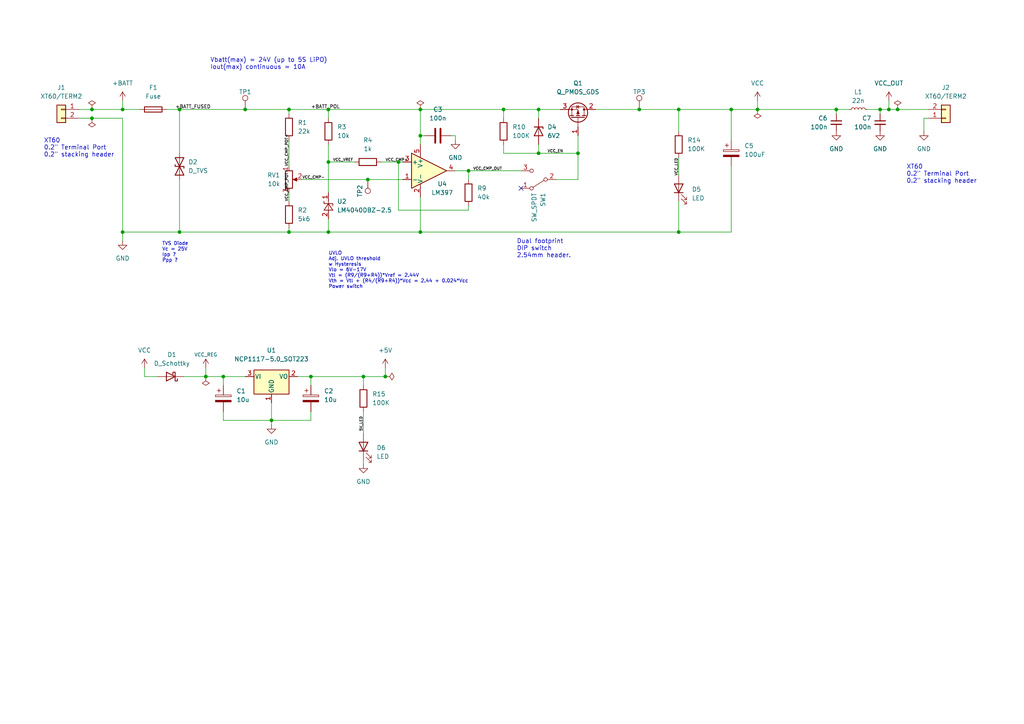
<source format=kicad_sch>
(kicad_sch (version 20211123) (generator eeschema)
  (paper "A4")
  (title_block (title "gp-shield Power Supply") (date "2022-12-01") (rev "1") (company "University of Tasmania"))
  (lib_symbols
    (symbol "Comparator:LM397" (pin_names (offset 0.127))
      (property "Reference" "U" (at 1.27 5.08 0))
      (property "Value" "LM397" (at 3.81 -5.08 0))
      (symbol "LM397_0_1"
        (polyline (pts (xy -5.08 5.08) (xy 5.08 0) (xy -5.08 -5.08) (xy -5.08 5.08)) (stroke (width 0.254)) (fill (type background)))
      )
      (symbol "LM397_1_1"
        (pin input line (at -7.62 -2.54 0) (length 2.54) (name "-") (number "1"))
        (pin power_in line (at -2.54 -7.62 90) (length 3.81) (name "V-") (number "2"))
        (pin input line (at -7.62 2.54 0) (length 2.54) (name "+") (number "3"))
        (pin open_collector line (at 7.62 0 180) (length 2.54) (name "~") (number "4"))
        (pin power_in line (at -2.54 7.62 270) (length 3.81) (name "V+") (number "5"))
      )
    )
    (symbol "Connector:TestPoint" (pin_numbers hide) (pin_names (offset 0.762) hide)
      (property "Reference" "TP" (at 0 6.858 0))
      (property "Value" "TestPoint" (at 0 5.08 0))
      (symbol "TestPoint_0_1"
        (circle (center 0 3.302) (radius 0.762))
      )
      (symbol "TestPoint_1_1"
        (pin passive line (at 0 0 90) (length 2.54) (name "1") (number "1"))
      )
    )
    (symbol "Connector_Generic:Conn_01x02" (pin_names (offset 1.016) hide)
      (property "Reference" "J" (at 0 2.54 0))
      (property "Value" "Conn_01x02" (at 0 -5.08 0))
      (symbol "Conn_01x02_1_1"
        (rectangle (start -1.27 -2.413) (end 0 -2.667) (stroke (width 0.1524)))
        (rectangle (start -1.27 0.127) (end 0 -0.127) (stroke (width 0.1524)))
        (rectangle (start -1.27 1.27) (end 1.27 -3.81) (stroke (width 0.254)) (fill (type background)))
        (pin passive line (at -5.08 0 0) (length 3.81) (name "Pin_1") (number "1"))
        (pin passive line (at -5.08 -2.54 0) (length 3.81) (name "Pin_2") (number "2"))
      )
    )
    (symbol "Device:C" (pin_numbers hide) (pin_names (offset 0.254))
      (property "Reference" "C" (at 0.635 2.54 0))
      (property "Value" "C" (at 0.635 -2.54 0))
      (symbol "C_0_1"
        (polyline (pts (xy -2.032 -0.762) (xy 2.032 -0.762)) (stroke (width 0.508)))
        (polyline (pts (xy -2.032 0.762) (xy 2.032 0.762)) (stroke (width 0.508)))
      )
      (symbol "C_1_1"
        (pin passive line (at 0 3.81 270) (length 2.794) (name "~") (number "1"))
        (pin passive line (at 0 -3.81 90) (length 2.794) (name "~") (number "2"))
      )
    )
    (symbol "Device:C_Polarized" (pin_numbers hide) (pin_names (offset 0.254))
      (property "Reference" "C" (at 0.635 2.54 0))
      (property "Value" "C_Polarized" (at 0.635 -2.54 0))
      (symbol "C_Polarized_0_1"
        (rectangle (start -2.286 0.508) (end 2.286 1.016))
        (polyline (pts (xy -1.778 2.286) (xy -0.762 2.286)))
        (polyline (pts (xy -1.27 2.794) (xy -1.27 1.778)))
        (rectangle (start 2.286 -0.508) (end -2.286 -1.016) (fill (type outline)))
      )
      (symbol "C_Polarized_1_1"
        (pin passive line (at 0 3.81 270) (length 2.794) (name "~") (number "1"))
        (pin passive line (at 0 -3.81 90) (length 2.794) (name "~") (number "2"))
      )
    )
    (symbol "Device:C_Small" (pin_numbers hide) (pin_names (offset 0.254) hide)
      (property "Reference" "C" (at 0.254 1.778 0))
      (property "Value" "C_Small" (at 0.254 -2.032 0))
      (symbol "C_Small_0_1"
        (polyline (pts (xy -1.524 -0.508) (xy 1.524 -0.508)) (stroke (width 0.3302)))
        (polyline (pts (xy -1.524 0.508) (xy 1.524 0.508)) (stroke (width 0.3048)))
      )
      (symbol "C_Small_1_1"
        (pin passive line (at 0 2.54 270) (length 2.032) (name "~") (number "1"))
        (pin passive line (at 0 -2.54 90) (length 2.032) (name "~") (number "2"))
      )
    )
    (symbol "Device:D_Schottky" (pin_numbers hide) (pin_names (offset 1.016) hide)
      (property "Reference" "D" (at 0 2.54 0))
      (property "Value" "D_Schottky" (at 0 -2.54 0))
      (symbol "D_Schottky_0_1"
        (polyline (pts (xy 1.27 0) (xy -1.27 0)))
        (polyline (pts (xy 1.27 1.27) (xy 1.27 -1.27) (xy -1.27 0) (xy 1.27 1.27)) (stroke (width 0.254)))
        (polyline (pts (xy -1.905 0.635) (xy -1.905 1.27) (xy -1.27 1.27) (xy -1.27 -1.27) (xy -0.635 -1.27) (xy -0.635 -0.635)) (stroke (width 0.254)))
      )
      (symbol "D_Schottky_1_1"
        (pin passive line (at -3.81 0 0) (length 2.54) (name "K") (number "1"))
        (pin passive line (at 3.81 0 180) (length 2.54) (name "A") (number "2"))
      )
    )
    (symbol "Device:D_TVS" (pin_numbers hide) (pin_names (offset 1.016) hide)
      (property "Reference" "D" (at 0 2.54 0))
      (property "Value" "D_TVS" (at 0 -2.54 0))
      (symbol "D_TVS_0_1"
        (polyline (pts (xy 1.27 0) (xy -1.27 0)))
        (polyline (pts (xy 0.508 1.27) (xy 0 1.27) (xy 0 -1.27) (xy -0.508 -1.27)) (stroke (width 0.254)))
        (polyline (pts (xy -2.54 1.27) (xy -2.54 -1.27) (xy 2.54 1.27) (xy 2.54 -1.27) (xy -2.54 1.27)) (stroke (width 0.254)))
      )
      (symbol "D_TVS_1_1"
        (pin passive line (at -3.81 0 0) (length 2.54) (name "A1") (number "1"))
        (pin passive line (at 3.81 0 180) (length 2.54) (name "A2") (number "2"))
      )
    )
    (symbol "Device:D_Zener" (pin_numbers hide) (pin_names (offset 1.016) hide)
      (property "Reference" "D" (at 0 2.54 0))
      (property "Value" "D_Zener" (at 0 -2.54 0))
      (symbol "D_Zener_0_1"
        (polyline (pts (xy 1.27 0) (xy -1.27 0)))
        (polyline (pts (xy -1.27 -1.27) (xy -1.27 1.27) (xy -0.762 1.27)) (stroke (width 0.254)))
        (polyline (pts (xy 1.27 -1.27) (xy 1.27 1.27) (xy -1.27 0) (xy 1.27 -1.27)) (stroke (width 0.254)))
      )
      (symbol "D_Zener_1_1"
        (pin passive line (at -3.81 0 0) (length 2.54) (name "K") (number "1"))
        (pin passive line (at 3.81 0 180) (length 2.54) (name "A") (number "2"))
      )
    )
    (symbol "Device:Fuse" (pin_numbers hide) (pin_names (offset 0))
      (property "Reference" "F" (at 2.032 0 90))
      (property "Value" "Fuse" (at -1.905 0 90))
      (symbol "Fuse_0_1"
        (rectangle (start -0.762 -2.54) (end 0.762 2.54) (stroke (width 0.254)))
        (polyline (pts (xy 0 2.54) (xy 0 -2.54)))
      )
      (symbol "Fuse_1_1"
        (pin passive line (at 0 3.81 270) (length 1.27) (name "~") (number "1"))
        (pin passive line (at 0 -3.81 90) (length 1.27) (name "~") (number "2"))
      )
    )
    (symbol "Device:LED" (pin_numbers hide) (pin_names (offset 1.016) hide)
      (property "Reference" "D" (at 0 2.54 0))
      (property "Value" "LED" (at 0 -2.54 0))
      (symbol "LED_0_1"
        (polyline (pts (xy -1.27 -1.27) (xy -1.27 1.27)) (stroke (width 0.254)))
        (polyline (pts (xy -1.27 0) (xy 1.27 0)))
        (polyline (pts (xy 1.27 -1.27) (xy 1.27 1.27) (xy -1.27 0) (xy 1.27 -1.27)) (stroke (width 0.254)))
        (polyline (pts (xy -3.048 -0.762) (xy -4.572 -2.286) (xy -3.81 -2.286) (xy -4.572 -2.286) (xy -4.572 -1.524)))
        (polyline (pts (xy -1.778 -0.762) (xy -3.302 -2.286) (xy -2.54 -2.286) (xy -3.302 -2.286) (xy -3.302 -1.524)))
      )
      (symbol "LED_1_1"
        (pin passive line (at -3.81 0 0) (length 2.54) (name "K") (number "1"))
        (pin passive line (at 3.81 0 180) (length 2.54) (name "A") (number "2"))
      )
    )
    (symbol "Device:L_Small" (pin_numbers hide) (pin_names (offset 0.254) hide)
      (property "Reference" "L" (at 0.762 1.016 0))
      (property "Value" "L_Small" (at 0.762 -1.016 0))
      (symbol "L_Small_0_1"
        (arc (start 0 -2.032) (mid 0.508 -1.524) (end 0 -1.016))
        (arc (start 0 -1.016) (mid 0.508 -0.508) (end 0 0))
        (arc (start 0 0) (mid 0.508 0.508) (end 0 1.016))
        (arc (start 0 1.016) (mid 0.508 1.524) (end 0 2.032))
      )
      (symbol "L_Small_1_1"
        (pin passive line (at 0 2.54 270) (length 0.508) (name "~") (number "1"))
        (pin passive line (at 0 -2.54 90) (length 0.508) (name "~") (number "2"))
      )
    )
    (symbol "Device:Q_PMOS_GDS" (pin_names (offset 0) hide)
      (property "Reference" "Q" (at 5.08 1.27 0))
      (property "Value" "Q_PMOS_GDS" (at 5.08 -1.27 0))
      (symbol "Q_PMOS_GDS_0_1"
        (polyline (pts (xy 0.254 0) (xy -2.54 0)))
        (polyline (pts (xy 0.254 1.905) (xy 0.254 -1.905)) (stroke (width 0.254)))
        (polyline (pts (xy 0.762 -1.27) (xy 0.762 -2.286)) (stroke (width 0.254)))
        (polyline (pts (xy 0.762 0.508) (xy 0.762 -0.508)) (stroke (width 0.254)))
        (polyline (pts (xy 0.762 2.286) (xy 0.762 1.27)) (stroke (width 0.254)))
        (polyline (pts (xy 2.54 2.54) (xy 2.54 1.778)))
        (polyline (pts (xy 2.54 -2.54) (xy 2.54 0) (xy 0.762 0)))
        (polyline (pts (xy 0.762 1.778) (xy 3.302 1.778) (xy 3.302 -1.778) (xy 0.762 -1.778)))
        (polyline (pts (xy 2.286 0) (xy 1.27 0.381) (xy 1.27 -0.381) (xy 2.286 0)) (fill (type outline)))
        (polyline (pts (xy 2.794 -0.508) (xy 2.921 -0.381) (xy 3.683 -0.381) (xy 3.81 -0.254)))
        (polyline (pts (xy 3.302 -0.381) (xy 2.921 0.254) (xy 3.683 0.254) (xy 3.302 -0.381)))
        (circle (center 1.651 0) (radius 2.794) (stroke (width 0.254)))
        (circle (center 2.54 -1.778) (radius 0.254) (fill (type outline)))
        (circle (center 2.54 1.778) (radius 0.254) (fill (type outline)))
      )
      (symbol "Q_PMOS_GDS_1_1"
        (pin input line (at -5.08 0 0) (length 2.54) (name "G") (number "1"))
        (pin passive line (at 2.54 5.08 270) (length 2.54) (name "D") (number "2"))
        (pin passive line (at 2.54 -5.08 90) (length 2.54) (name "S") (number "3"))
      )
    )
    (symbol "Device:R" (pin_numbers hide) (pin_names (offset 0))
      (property "Reference" "R" (at 2.032 0 90))
      (property "Value" "R" (at 0 0 90))
      (symbol "R_0_1"
        (rectangle (start -1.016 -2.54) (end 1.016 2.54) (stroke (width 0.254)))
      )
      (symbol "R_1_1"
        (pin passive line (at 0 3.81 270) (length 1.27) (name "~") (number "1"))
        (pin passive line (at 0 -3.81 90) (length 1.27) (name "~") (number "2"))
      )
    )
    (symbol "Device:R_Potentiometer" (pin_names (offset 1.016) hide)
      (property "Reference" "RV" (at -4.445 0 90))
      (property "Value" "R_Potentiometer" (at -2.54 0 90))
      (symbol "R_Potentiometer_0_1"
        (polyline (pts (xy 2.54 0) (xy 1.524 0)))
        (polyline (pts (xy 1.143 0) (xy 2.286 0.508) (xy 2.286 -0.508) (xy 1.143 0)) (fill (type outline)))
        (rectangle (start 1.016 2.54) (end -1.016 -2.54) (stroke (width 0.254)))
      )
      (symbol "R_Potentiometer_1_1"
        (pin passive line (at 0 3.81 270) (length 1.27) (name "1") (number "1"))
        (pin passive line (at 3.81 0 180) (length 1.27) (name "2") (number "2"))
        (pin passive line (at 0 -3.81 90) (length 1.27) (name "3") (number "3"))
      )
    )
    (symbol "Reference_Voltage:LM4040DBZ-2.5" (pin_names (offset 0.0254) hide)
      (property "Reference" "U" (at 0 2.54 0))
      (property "Value" "LM4040DBZ-2.5" (at 0 -3.175 0))
      (symbol "LM4040DBZ-2.5_0_1"
        (polyline (pts (xy -1.27 0) (xy 0 0) (xy 1.27 0)))
        (polyline (pts (xy -1.27 -1.27) (xy 0.635 0) (xy -1.27 1.27) (xy -1.27 -1.27)) (stroke (width 0.2032)))
        (polyline (pts (xy 0 -1.27) (xy 0.635 -1.27) (xy 0.635 1.27) (xy 1.27 1.27)) (stroke (width 0.2032)))
      )
      (symbol "LM4040DBZ-2.5_1_1"
        (pin passive line (at 3.81 0 180) (length 2.54) (name "K") (number "1"))
        (pin passive line (at -3.81 0 0) (length 2.54) (name "A") (number "2"))
      )
    )
    (symbol "Regulator_Linear:NCP1117-5.0_SOT223" (pin_names (offset 0.254))
      (property "Reference" "U" (at -3.81 3.175 0))
      (property "Value" "NCP1117-5.0_SOT223" (at 0 3.175 0))
      (symbol "NCP1117-5.0_SOT223_0_1"
        (rectangle (start -5.08 -5.08) (end 5.08 1.905) (stroke (width 0.254)) (fill (type background)))
      )
      (symbol "NCP1117-5.0_SOT223_1_1"
        (pin power_in line (at 0 -7.62 90) (length 2.54) (name "GND") (number "1"))
        (pin power_out line (at 7.62 0 180) (length 2.54) (name "VO") (number "2"))
        (pin power_in line (at -7.62 0 0) (length 2.54) (name "VI") (number "3"))
      )
    )
    (symbol "Switch:SW_SPDT" (pin_names (offset 0) hide)
      (property "Reference" "SW" (at 0 4.318 0))
      (property "Value" "SW_SPDT" (at 0 -5.08 0))
      (symbol "SW_SPDT_0_0"
        (circle (center -2.032 0) (radius 0.508))
        (circle (center 2.032 -2.54) (radius 0.508))
      )
      (symbol "SW_SPDT_0_1"
        (polyline (pts (xy -1.524 0.254) (xy 1.651 2.286)))
        (circle (center 2.032 2.54) (radius 0.508))
      )
      (symbol "SW_SPDT_1_1"
        (pin passive line (at 5.08 2.54 180) (length 2.54) (name "A") (number "1"))
        (pin passive line (at -5.08 0 0) (length 2.54) (name "B") (number "2"))
        (pin passive line (at 5.08 -2.54 180) (length 2.54) (name "C") (number "3"))
      )
    )
    (symbol "Utility:VCC_OUT" (power) (pin_names (offset 0))
      (property "Value" "VCC_OUT" (at 0 5.08 0))
      (symbol "VCC_OUT_0_1"
        (polyline (pts (xy -0.762 1.27) (xy 0 2.54)))
        (polyline (pts (xy 0 0) (xy 0 2.54)))
        (polyline (pts (xy 0 2.54) (xy 0.762 1.27)))
      )
      (symbol "VCC_OUT_1_1"
        (pin power_in line (at 0 0 90) (length 0) hide (name "VCC_OUT") (number "1"))
      )
    )
    (symbol "Utility:VCC_REG" (power) (pin_names (offset 0))
      (property "Value" "VCC_REG" (at 0 5.08 0))
      (symbol "VCC_REG_0_1"
        (polyline (pts (xy -0.762 1.27) (xy 0 2.54)))
        (polyline (pts (xy 0 0) (xy 0 2.54)))
        (polyline (pts (xy 0 2.54) (xy 0.762 1.27)))
      )
      (symbol "VCC_REG_1_1"
        (pin power_in line (at 0 0 90) (length 0) hide (name "VCC_REG") (number "1"))
      )
    )
    (symbol "power:+5V" (power) (pin_names (offset 0))
      (property "Value" "+5V" (at 0 3.556 0))
      (symbol "+5V_0_1"
        (polyline (pts (xy -0.762 1.27) (xy 0 2.54)))
        (polyline (pts (xy 0 0) (xy 0 2.54)))
        (polyline (pts (xy 0 2.54) (xy 0.762 1.27)))
      )
      (symbol "+5V_1_1"
        (pin power_in line (at 0 0 90) (length 0) hide (name "+5V") (number "1"))
      )
    )
    (symbol "power:+BATT" (power) (pin_names (offset 0))
      (property "Value" "+BATT" (at 0 3.556 0))
      (symbol "+BATT_0_1"
        (polyline (pts (xy -0.762 1.27) (xy 0 2.54)))
        (polyline (pts (xy 0 0) (xy 0 2.54)))
        (polyline (pts (xy 0 2.54) (xy 0.762 1.27)))
      )
      (symbol "+BATT_1_1"
        (pin power_in line (at 0 0 90) (length 0) hide (name "+BATT") (number "1"))
      )
    )
    (symbol "power:GND" (power) (pin_names (offset 0))
      (property "Value" "GND" (at 0 -3.81 0))
      (symbol "GND_0_1"
        (polyline (pts (xy 0 0) (xy 0 -1.27) (xy 1.27 -1.27) (xy 0 -2.54) (xy -1.27 -1.27) (xy 0 -1.27)))
      )
      (symbol "GND_1_1"
        (pin power_in line (at 0 0 270) (length 0) hide (name "GND") (number "1"))
      )
    )
    (symbol "power:PWR_FLAG" (power) (pin_numbers hide) (pin_names (offset 0) hide)
      (property "Value" "PWR_FLAG" (at 0 3.81 0))
      (symbol "PWR_FLAG_0_0"
        (pin power_out line (at 0 0 90) (length 0) (name "pwr") (number "1"))
      )
      (symbol "PWR_FLAG_0_1"
        (polyline (pts (xy 0 0) (xy 0 1.27) (xy -1.016 1.905) (xy 0 2.54) (xy 1.016 1.905) (xy 0 1.27)))
      )
    )
    (symbol "power:VCC" (power) (pin_names (offset 0))
      (property "Value" "VCC" (at 0 3.81 0))
      (symbol "VCC_0_1"
        (polyline (pts (xy -0.762 1.27) (xy 0 2.54)))
        (polyline (pts (xy 0 0) (xy 0 2.54)))
        (polyline (pts (xy 0 2.54) (xy 0.762 1.27)))
      )
      (symbol "VCC_1_1"
        (pin power_in line (at 0 0 90) (length 0) hide (name "VCC") (number "1"))
      )
    )
  )
  (junction (at 35.56 67.31))
  (junction (at 52.07 67.31))
  (junction (at 212.09 31.75))
  (junction (at 26.67 31.75))
  (junction (at 156.21 31.75))
  (junction (at 35.56 31.75))
  (junction (at 146.05 31.75))
  (junction (at 260.35 31.75))
  (junction (at 121.92 39.37))
  (junction (at 167.64 44.45))
  (junction (at 95.25 46.99))
  (junction (at 95.25 31.75))
  (junction (at 219.71 31.75))
  (junction (at 111.76 109.22))
  (junction (at 255.27 31.75))
  (junction (at 121.92 67.31))
  (junction (at 26.67 34.29))
  (junction (at 121.92 31.75))
  (junction (at 135.89 49.53))
  (junction (at 83.82 31.75))
  (junction (at 242.57 31.75))
  (junction (at 156.21 44.45))
  (junction (at 257.81 31.75))
  (junction (at 196.85 67.31))
  (junction (at 52.07 31.75))
  (junction (at 196.85 31.75))
  (junction (at 95.25 67.31))
  (junction (at 105.41 109.22))
  (junction (at 78.74 121.92))
  (junction (at 64.77 109.22))
  (junction (at 71.12 31.75))
  (junction (at 90.17 109.22))
  (junction (at 83.82 67.31))
  (junction (at 106.68 52.07))
  (junction (at 59.69 109.22))
  (junction (at 185.42 31.75))
  (junction (at 115.57 46.99))
  (no_connect (at 151.13 54.61))
  (wire (pts (xy 156.21 41.91) (xy 156.21 44.45)))
  (wire (pts (xy 22.86 31.75) (xy 26.67 31.75)))
  (wire (pts (xy 35.56 67.31) (xy 52.07 67.31)))
  (wire (pts (xy 185.42 31.75) (xy 196.85 31.75)))
  (wire (pts (xy 64.77 109.22) (xy 71.12 109.22)))
  (wire (pts (xy 146.05 41.91) (xy 146.05 44.45)))
  (wire (pts (xy 105.41 134.62) (xy 105.41 133.35)))
  (wire (pts (xy 196.85 31.75) (xy 196.85 38.1)))
  (wire (pts (xy 196.85 58.42) (xy 196.85 67.31)))
  (wire (pts (xy 95.25 46.99) (xy 95.25 55.88)))
  (wire (pts (xy 90.17 109.22) (xy 90.17 111.76)))
  (wire (pts (xy 41.91 109.22) (xy 45.72 109.22)))
  (wire (pts (xy 167.64 39.37) (xy 167.64 44.45)))
  (wire (pts (xy 90.17 119.38) (xy 90.17 121.92)))
  (wire (pts (xy 121.92 31.75) (xy 121.92 39.37)))
  (wire (pts (xy 132.08 39.37) (xy 132.08 40.64)))
  (wire (pts (xy 22.86 34.29) (xy 26.67 34.29)))
  (wire (pts (xy 161.29 52.07) (xy 167.64 52.07)))
  (wire (pts (xy 135.89 60.96) (xy 115.57 60.96)))
  (wire (pts (xy 83.82 40.64) (xy 83.82 48.26)))
  (wire (pts (xy 35.56 29.21) (xy 35.56 31.75)))
  (wire (pts (xy 156.21 31.75) (xy 156.21 34.29)))
  (wire (pts (xy 64.77 119.38) (xy 64.77 121.92)))
  (wire (pts (xy 48.26 31.75) (xy 52.07 31.75)))
  (wire (pts (xy 257.81 31.75) (xy 255.27 31.75)))
  (wire (pts (xy 110.49 46.99) (xy 115.57 46.99)))
  (wire (pts (xy 246.38 31.75) (xy 242.57 31.75)))
  (wire (pts (xy 146.05 44.45) (xy 156.21 44.45)))
  (wire (pts (xy 115.57 60.96) (xy 115.57 46.99)))
  (wire (pts (xy 53.34 109.22) (xy 59.69 109.22)))
  (wire (pts (xy 83.82 67.31) (xy 95.25 67.31)))
  (wire (pts (xy 105.41 119.38) (xy 105.41 125.73)))
  (wire (pts (xy 35.56 67.31) (xy 35.56 34.29)))
  (wire (pts (xy 71.12 31.75) (xy 83.82 31.75)))
  (wire (pts (xy 196.85 45.72) (xy 196.85 50.8)))
  (wire (pts (xy 219.71 29.21) (xy 219.71 31.75)))
  (wire (pts (xy 260.35 31.75) (xy 269.24 31.75)))
  (wire (pts (xy 35.56 67.31) (xy 35.56 69.85)))
  (wire (pts (xy 212.09 31.75) (xy 219.71 31.75)))
  (wire (pts (xy 212.09 48.26) (xy 212.09 67.31)))
  (wire (pts (xy 95.25 46.99) (xy 102.87 46.99)))
  (wire (pts (xy 83.82 31.75) (xy 83.82 33.02)))
  (wire (pts (xy 52.07 52.07) (xy 52.07 67.31)))
  (wire (pts (xy 41.91 106.68) (xy 41.91 109.22)))
  (wire (pts (xy 35.56 31.75) (xy 40.64 31.75)))
  (wire (pts (xy 196.85 67.31) (xy 212.09 67.31)))
  (wire (pts (xy 242.57 31.75) (xy 242.57 33.02)))
  (wire (pts (xy 105.41 109.22) (xy 105.41 111.76)))
  (wire (pts (xy 52.07 31.75) (xy 71.12 31.75)))
  (wire (pts (xy 121.92 39.37) (xy 123.19 39.37)))
  (wire (pts (xy 64.77 121.92) (xy 78.74 121.92)))
  (wire (pts (xy 26.67 34.29) (xy 35.56 34.29)))
  (wire (pts (xy 95.25 63.5) (xy 95.25 67.31)))
  (wire (pts (xy 52.07 67.31) (xy 83.82 67.31)))
  (wire (pts (xy 95.25 41.91) (xy 95.25 46.99)))
  (wire (pts (xy 59.69 106.68) (xy 59.69 109.22)))
  (wire (pts (xy 121.92 31.75) (xy 146.05 31.75)))
  (wire (pts (xy 121.92 57.15) (xy 121.92 67.31)))
  (wire (pts (xy 90.17 109.22) (xy 105.41 109.22)))
  (wire (pts (xy 95.25 67.31) (xy 121.92 67.31)))
  (wire (pts (xy 83.82 55.88) (xy 83.82 58.42)))
  (wire (pts (xy 95.25 31.75) (xy 121.92 31.75)))
  (wire (pts (xy 132.08 49.53) (xy 135.89 49.53)))
  (wire (pts (xy 267.97 34.29) (xy 269.24 34.29)))
  (wire (pts (xy 78.74 116.84) (xy 78.74 121.92)))
  (wire (pts (xy 156.21 44.45) (xy 167.64 44.45)))
  (wire (pts (xy 115.57 46.99) (xy 116.84 46.99)))
  (wire (pts (xy 26.67 31.75) (xy 35.56 31.75)))
  (wire (pts (xy 135.89 59.69) (xy 135.89 60.96)))
  (wire (pts (xy 146.05 31.75) (xy 146.05 34.29)))
  (wire (pts (xy 162.56 31.75) (xy 156.21 31.75)))
  (wire (pts (xy 196.85 31.75) (xy 212.09 31.75)))
  (wire (pts (xy 172.72 31.75) (xy 185.42 31.75)))
  (wire (pts (xy 78.74 121.92) (xy 78.74 123.19)))
  (wire (pts (xy 167.64 52.07) (xy 167.64 44.45)))
  (wire (pts (xy 111.76 106.68) (xy 111.76 109.22)))
  (wire (pts (xy 257.81 31.75) (xy 260.35 31.75)))
  (wire (pts (xy 130.81 39.37) (xy 132.08 39.37)))
  (wire (pts (xy 52.07 31.75) (xy 52.07 44.45)))
  (wire (pts (xy 255.27 31.75) (xy 251.46 31.75)))
  (wire (pts (xy 83.82 31.75) (xy 95.25 31.75)))
  (wire (pts (xy 257.81 29.21) (xy 257.81 31.75)))
  (wire (pts (xy 83.82 66.04) (xy 83.82 67.31)))
  (wire (pts (xy 267.97 34.29) (xy 267.97 38.1)))
  (wire (pts (xy 146.05 31.75) (xy 156.21 31.75)))
  (wire (pts (xy 86.36 109.22) (xy 90.17 109.22)))
  (wire (pts (xy 87.63 52.07) (xy 106.68 52.07)))
  (wire (pts (xy 135.89 49.53) (xy 135.89 52.07)))
  (wire (pts (xy 121.92 39.37) (xy 121.92 41.91)))
  (wire (pts (xy 135.89 49.53) (xy 151.13 49.53)))
  (wire (pts (xy 255.27 31.75) (xy 255.27 33.02)))
  (wire (pts (xy 212.09 31.75) (xy 212.09 40.64)))
  (wire (pts (xy 64.77 109.22) (xy 64.77 111.76)))
  (wire (pts (xy 90.17 121.92) (xy 78.74 121.92)))
  (wire (pts (xy 59.69 109.22) (xy 64.77 109.22)))
  (wire (pts (xy 219.71 31.75) (xy 242.57 31.75)))
  (wire (pts (xy 106.68 52.07) (xy 116.84 52.07)))
  (wire (pts (xy 121.92 67.31) (xy 196.85 67.31)))
  (wire (pts (xy 95.25 31.75) (xy 95.25 34.29)))
  (wire (pts (xy 111.76 109.22) (xy 105.41 109.22)))
  (text "XT60\n0.2\" Terminal Port\n0.2\" stacking header" (at 12.7 45.72 0) (effects (font (size 1.27 1.27)) (justify left bottom)))
  (text "Dual footprint\nDIP switch\n2.54mm header." (at 149.86 74.93 0) (effects (font (size 1.27 1.27)) (justify left bottom)))
  (text "XT60\n0.2\" Terminal Port\n0.2\" stacking header" (at 262.89 53.34 0) (effects (font (size 1.27 1.27)) (justify left bottom)))
  (text "UVLO\nAdj. UVLO threshold\nw Hysteresis\nVlo = 6V-17V\nVtl = (R9/(R9+R4))*Vref = 2.44V\nVth = Vtl + (R4/(R9+R4))*Vcc = 2.44 + 0.024*Vcc\nPower switch" (at 95.25 83.82 0) (effects (font (size 1 1)) (justify left bottom)))
  (text "Vbatt(max) = 24V (up to 5S LiPO)\nIout(max) continuous = 10A" (at 60.96 20.32 0) (effects (font (size 1.27 1.27)) (justify left bottom)))
  (text "TVS Diode\nVc = 25V\nIpp ?\nPpp ?" (at 46.99 76.2 0) (effects (font (size 1 1)) (justify left bottom)))
  (label "VCC_LED" (at 196.85 45.72 270) (effects (font (size 0.8 0.8))))
  (label "VCC_CMP_POT+" (at 83.82 48.26 90) (effects (font (size 0.8 0.8))))
  (label "VCC_EN" (at 158.75 44.45 0) (effects (font (size 0.8 0.8))))
  (label "+BATT_FUSED" (at 50.8 31.75 0) (effects (font (size 1 1))))
  (label "VCC_CMP-" (at 87.63 52.07 0) (effects (font (size 0.8 0.8))))
  (label "5V_LED" (at 105.41 120.65 270) (effects (font (size 0.8 0.8))))
  (label "VCC_CMP_OUT" (at 137.16 49.53 0) (effects (font (size 0.8 0.8))))
  (label "VCC_CMP+" (at 111.76 46.99 0) (effects (font (size 0.8 0.8))))
  (label "VCC_CMP_POT-" (at 83.82 58.42 90) (effects (font (size 0.8 0.8))))
  (label "+BATT_POL" (at 90.17 31.75 0) (effects (font (size 1 1))))
  (label "VCC_VREF" (at 96.52 46.99 0) (effects (font (size 0.8 0.8))))
  (symbol (lib_id "power:PWR_FLAG") (at 219.71 31.75 180) (unit 1)
    (property "Reference" "#FLG06" (effects hide))
    (property "Value" "PWR_FLAG" (effects hide))
  )
  (symbol (lib_id "Device:R") (at 135.89 55.88 180) (unit 1)
    (property "Reference" "R9" (at 138.43 54.6099 0) (effects (justify right)))
    (property "Value" "40k" (at 138.43 57.1499 0) (effects (justify right)))
    (property "Footprint" "Resistor_SMD:R_0805_2012Metric_Pad1.20x1.40mm_HandSolder" (effects hide))
  )
  (symbol (lib_id "power:GND") (at 242.57 38.1 0) (mirror y) (unit 1)
    (property "Reference" "#PWR013" (effects hide))
    (property "Value" "GND" (at 242.57 43.18 0))
  )
  (symbol (lib_id "Device:Q_PMOS_GDS") (at 167.64 34.29 270) (mirror x) (unit 1)
    (property "Reference" "Q1" (at 167.64 24.13 90))
    (property "Value" "Q_PMOS_GDS" (at 167.64 26.67 90))
    (property "Footprint" "Package_TO_SOT_SMD:TO-252-3_TabPin2" (effects hide))
  )
  (symbol (lib_id "power:GND") (at 132.08 40.64 0) (unit 1)
    (property "Reference" "#PWR08" (effects hide))
    (property "Value" "GND" (at 132.08 45.72 0))
  )
  (symbol (lib_id "power:PWR_FLAG") (at 111.76 109.22 270) (unit 1)
    (property "Reference" "#FLG07" (effects hide))
    (property "Value" "PWR_FLAG" (effects hide))
  )
  (symbol (lib_id "power:PWR_FLAG") (at 26.67 31.75 0) (unit 1)
    (property "Reference" "#FLG01" (effects hide))
    (property "Value" "PWR_FLAG" (effects hide))
  )
  (symbol (lib_id "Device:C_Polarized") (at 90.17 115.57 0) (unit 1)
    (property "Reference" "C2" (at 93.98 113.4109 0) (effects (justify left)))
    (property "Value" "10u" (at 93.98 115.9509 0) (effects (justify left)))
    (property "Footprint" "Capacitor_SMD:C_0805_2012Metric_Pad1.18x1.45mm_HandSolder" (effects hide))
  )
  (symbol (lib_id "power:GND") (at 105.41 134.62 0) (unit 1)
    (property "Reference" "#PWR010" (effects hide))
    (property "Value" "GND" (at 105.41 139.7 0))
  )
  (symbol (lib_id "Utility:VCC_REG") (at 59.69 106.68 0) (unit 1)
    (property "Reference" "#PWR04" (effects hide))
    (property "Value" "VCC_REG" (at 59.69 102.87 0) (effects (font (size 1 1))))
  )
  (symbol (lib_id "Device:R") (at 83.82 36.83 0) (unit 1)
    (property "Reference" "R1" (at 86.36 35.5599 0) (effects (justify left)))
    (property "Value" "22k" (at 86.36 38.0999 0) (effects (justify left)))
    (property "Footprint" "Resistor_SMD:R_0805_2012Metric_Pad1.20x1.40mm_HandSolder" (effects hide))
  )
  (symbol (lib_id "Device:R") (at 83.82 62.23 0) (unit 1)
    (property "Reference" "R2" (at 86.36 60.9599 0) (effects (justify left)))
    (property "Value" "5k6" (at 86.36 63.4999 0) (effects (justify left)))
    (property "Footprint" "Resistor_SMD:R_0805_2012Metric_Pad1.20x1.40mm_HandSolder" (effects hide))
  )
  (symbol (lib_id "Device:LED") (at 196.85 54.61 90) (unit 1)
    (property "Reference" "D5" (at 200.66 54.9274 90) (effects (justify right)))
    (property "Value" "LED" (at 200.66 57.4674 90) (effects (justify right)))
    (property "Footprint" "LED_SMD:LED_0805_2012Metric_Pad1.15x1.40mm_HandSolder" (effects hide))
  )
  (symbol (lib_id "Device:R") (at 146.05 38.1 0) (unit 1)
    (property "Reference" "R10" (at 148.59 36.8299 0) (effects (justify left)))
    (property "Value" "100K" (at 148.59 39.3699 0) (effects (justify left)))
    (property "Footprint" "Resistor_SMD:R_0805_2012Metric_Pad1.20x1.40mm_HandSolder" (effects hide))
  )
  (symbol (lib_id "Device:LED") (at 105.41 129.54 90) (unit 1)
    (property "Reference" "D6" (at 109.22 129.8574 90) (effects (justify right)))
    (property "Value" "LED" (at 109.22 132.3974 90) (effects (justify right)))
    (property "Footprint" "LED_SMD:LED_0805_2012Metric_Pad1.15x1.40mm_HandSolder" (effects hide))
  )
  (symbol (lib_id "power:VCC") (at 219.71 29.21 0) (unit 1)
    (property "Reference" "#PWR011" (effects hide))
    (property "Value" "VCC" (at 219.71 24.13 0))
  )
  (symbol (lib_id "Device:D_Schottky") (at 49.53 109.22 180) (unit 1)
    (property "Reference" "D1" (at 49.8475 102.87 0))
    (property "Value" "D_Schottky" (at 49.8475 105.41 0))
    (property "Footprint" "Diode_SMD:D_0805_2012Metric_Pad1.15x1.40mm_HandSolder" (effects hide))
  )
  (symbol (lib_id "power:GND") (at 255.27 38.1 0) (mirror y) (unit 1)
    (property "Reference" "#PWR014" (effects hide))
    (property "Value" "GND" (at 255.27 43.18 0))
  )
  (symbol (lib_id "Device:C_Polarized") (at 64.77 115.57 0) (unit 1)
    (property "Reference" "C1" (at 68.58 113.4109 0) (effects (justify left)))
    (property "Value" "10u" (at 68.58 115.9509 0) (effects (justify left)))
    (property "Footprint" "Capacitor_SMD:C_0805_2012Metric_Pad1.18x1.45mm_HandSolder" (effects hide))
  )
  (symbol (lib_id "power:PWR_FLAG") (at 260.35 31.75 0) (unit 1)
    (property "Reference" "#FLG08" (effects hide))
    (property "Value" "PWR_FLAG" (effects hide))
  )
  (symbol (lib_id "Connector_Generic:Conn_01x02") (at 17.78 31.75 0) (mirror y) (unit 1)
    (property "Reference" "J1" (at 17.78 25.4 0))
    (property "Value" "XT60/TERM2" (at 17.78 27.94 0))
    (property "Footprint" "Utility:Combined_TerminalBlock_5.08_XT60_2Row0.2Header" (effects hide))
  )
  (symbol (lib_id "power:GND") (at 35.56 69.85 0) (mirror y) (unit 1)
    (property "Reference" "#PWR02" (effects hide))
    (property "Value" "GND" (at 35.56 74.93 0))
  )
  (symbol (lib_id "power:+5V") (at 111.76 106.68 0) (unit 1)
    (property "Reference" "#PWR012" (effects hide))
    (property "Value" "+5V" (at 111.76 101.6 0))
  )
  (symbol (lib_id "Device:C_Small") (at 242.57 35.56 0) (mirror y) (unit 1)
    (property "Reference" "C6" (at 240.03 34.2962 0) (effects (justify left)))
    (property "Value" "100n" (at 240.03 36.8362 0) (effects (justify left)))
    (property "Footprint" "Capacitor_SMD:C_0805_2012Metric_Pad1.18x1.45mm_HandSolder" (effects hide))
  )
  (symbol (lib_id "Device:R") (at 95.25 38.1 0) (unit 1)
    (property "Reference" "R3" (at 97.79 36.8299 0) (effects (justify left)))
    (property "Value" "10k" (at 97.79 39.3699 0) (effects (justify left)))
    (property "Footprint" "Resistor_SMD:R_0805_2012Metric_Pad1.20x1.40mm_HandSolder" (effects hide))
  )
  (symbol (lib_id "Device:R_Potentiometer") (at 83.82 52.07 0) (unit 1)
    (property "Reference" "RV1" (at 81.28 50.7999 0) (effects (justify right)))
    (property "Value" "10k" (at 81.28 53.3399 0) (effects (justify right)))
    (property "Footprint" "Potentiometer_SMD:Potentiometer_Bourns_3214W_Vertical" (effects hide))
  )
  (symbol (lib_id "Device:R") (at 105.41 115.57 0) (unit 1)
    (property "Reference" "R15" (at 107.95 114.2999 0) (effects (justify left)))
    (property "Value" "100K" (at 107.95 116.8399 0) (effects (justify left)))
    (property "Footprint" "Resistor_SMD:R_0805_2012Metric_Pad1.20x1.40mm_HandSolder" (effects hide))
  )
  (symbol (lib_id "Device:C") (at 127 39.37 90) (unit 1)
    (property "Reference" "C3" (at 127 31.75 90))
    (property "Value" "100n" (at 127 34.29 90))
    (property "Footprint" "Capacitor_SMD:C_0805_2012Metric_Pad1.18x1.45mm_HandSolder" (effects hide))
  )
  (symbol (lib_id "power:PWR_FLAG") (at 26.67 34.29 180) (unit 1)
    (property "Reference" "#FLG02" (effects hide))
    (property "Value" "PWR_FLAG" (effects hide))
  )
  (symbol (lib_id "power:PWR_FLAG") (at 59.69 109.22 180) (unit 1)
    (property "Reference" "#FLG03" (effects hide))
    (property "Value" "PWR_FLAG" (effects hide))
  )
  (symbol (lib_id "Comparator:LM397") (at 124.46 49.53 0) (unit 1)
    (property "Reference" "U4" (at 128.27 53.34 0))
    (property "Value" "LM397" (at 128.27 55.88 0))
    (property "Footprint" "Package_TO_SOT_SMD:SOT-23-5" (effects hide))
    (property "Datasheet" "http://www.ti.com/lit/ds/symlink/lm397.pdf" (effects hide))
  )
  (symbol (lib_id "Connector:TestPoint") (at 71.12 31.75 0) (unit 1) (in_bom no)
    (property "Reference" "TP1" (at 71.12 26.67 0))
    (property "Value" "TestPoint" (effects hide))
    (property "Footprint" "TestPoint:TestPoint_THTPad_D2.0mm_Drill1.0mm" (effects hide))
  )
  (symbol (lib_id "Device:D_TVS") (at 52.07 48.26 90) (unit 1)
    (property "Reference" "D2" (at 54.61 46.9899 90) (effects (justify right)))
    (property "Value" "D_TVS" (at 54.61 49.5299 90) (effects (justify right)))
    (property "Footprint" "Diode_SMD:D_SMA" (effects hide))
  )
  (symbol (lib_id "power:PWR_FLAG") (at 121.92 31.75 0) (unit 1)
    (property "Reference" "#FLG04" (effects hide))
    (property "Value" "PWR_FLAG" (effects hide))
  )
  (symbol (lib_id "Connector_Generic:Conn_01x02") (at 274.32 34.29 0) (mirror x) (unit 1)
    (property "Reference" "J2" (at 274.32 25.4 0))
    (property "Value" "XT60/TERM2" (at 274.32 27.94 0))
    (property "Footprint" "Utility:Combined_TerminalBlock_5.08_XT60_2Row0.2Header" (effects hide))
  )
  (symbol (lib_id "Utility:VCC_OUT") (at 257.81 29.21 0) (unit 1)
    (property "Reference" "#PWR015" (effects hide))
    (property "Value" "VCC_OUT" (at 257.81 24.13 0))
  )
  (symbol (lib_id "Device:D_Zener") (at 156.21 38.1 270) (unit 1)
    (property "Reference" "D4" (at 158.75 36.8299 90) (effects (justify left)))
    (property "Value" "6V2" (at 158.75 39.3699 90) (effects (justify left)))
    (property "Footprint" "Diode_SMD:D_0805_2012Metric_Pad1.15x1.40mm_HandSolder" (effects hide))
  )
  (symbol (lib_id "Device:C_Small") (at 255.27 35.56 0) (mirror y) (unit 1)
    (property "Reference" "C7" (at 252.73 34.2962 0) (effects (justify left)))
    (property "Value" "100n" (at 252.73 36.8362 0) (effects (justify left)))
    (property "Footprint" "Capacitor_SMD:C_0805_2012Metric_Pad1.18x1.45mm_HandSolder" (effects hide))
  )
  (symbol (lib_id "Regulator_Linear:NCP1117-5.0_SOT223") (at 78.74 109.22 0) (unit 1)
    (property "Reference" "U1" (at 78.74 101.6 0))
    (property "Value" "NCP1117-5.0_SOT223" (at 78.74 104.14 0))
    (property "Footprint" "Package_TO_SOT_SMD:SOT-223-3_TabPin2" (effects hide))
    (property "Datasheet" "http://www.onsemi.com/pub_link/Collateral/NCP1117-D.PDF" (effects hide))
  )
  (symbol (lib_id "Switch:SW_SPDT") (at 156.21 52.07 180) (unit 1)
    (property "Reference" "SW1" (at 157.4801 55.88 90) (effects (justify left)))
    (property "Value" "SW_SPDT" (at 154.9401 55.88 90) (effects (justify left)))
    (property "Footprint" "Utility:OS102011MA1_SPDT_ESwitch" (effects hide))
  )
  (symbol (lib_id "power:+BATT") (at 35.56 29.21 0) (unit 1)
    (property "Reference" "#PWR01" (effects hide))
    (property "Value" "+BATT" (at 35.56 24.13 0))
  )
  (symbol (lib_id "power:GND") (at 78.74 123.19 0) (unit 1)
    (property "Reference" "#PWR05" (effects hide))
    (property "Value" "GND" (at 78.74 128.27 0))
  )
  (symbol (lib_id "Device:R") (at 106.68 46.99 90) (unit 1)
    (property "Reference" "R4" (at 106.68 40.64 90))
    (property "Value" "1k" (at 106.68 43.18 90))
    (property "Footprint" "Resistor_SMD:R_0805_2012Metric_Pad1.20x1.40mm_HandSolder" (effects hide))
  )
  (symbol (lib_id "Connector:TestPoint") (at 185.42 31.75 0) (unit 1) (in_bom no)
    (property "Reference" "TP3" (at 185.42 26.67 0))
    (property "Value" "TestPoint" (effects hide))
    (property "Footprint" "TestPoint:TestPoint_THTPad_D2.0mm_Drill1.0mm" (effects hide))
  )
  (symbol (lib_id "Connector:TestPoint") (at 106.68 52.07 180) (unit 1) (in_bom no)
    (property "Reference" "TP2" (at 104.3967 55.409 90))
    (property "Value" "TestPoint" (effects hide))
    (property "Footprint" "TestPoint:TestPoint_THTPad_D2.0mm_Drill1.0mm" (effects hide))
  )
  (symbol (lib_id "Device:Fuse") (at 44.45 31.75 90) (unit 1)
    (property "Reference" "F1" (at 44.45 25.4 90))
    (property "Value" "Fuse" (at 44.45 27.94 90))
    (property "Footprint" "Fuse:Fuseholder_Littelfuse_445_030_series_5x20mm" (effects hide))
  )
  (symbol (lib_id "power:VCC") (at 41.91 106.68 0) (unit 1)
    (property "Reference" "#PWR03" (effects hide))
    (property "Value" "VCC" (at 41.91 101.6 0))
  )
  (symbol (lib_id "Device:R") (at 196.85 41.91 0) (unit 1)
    (property "Reference" "R14" (at 199.39 40.6399 0) (effects (justify left)))
    (property "Value" "100K" (at 199.39 43.1799 0) (effects (justify left)))
    (property "Footprint" "Resistor_SMD:R_0805_2012Metric_Pad1.20x1.40mm_HandSolder" (effects hide))
  )
  (symbol (lib_id "power:GND") (at 267.97 38.1 0) (mirror y) (unit 1)
    (property "Reference" "#PWR016" (effects hide))
    (property "Value" "GND" (at 267.97 43.18 0))
  )
  (symbol (lib_id "Device:C_Polarized") (at 212.09 44.45 0) (unit 1)
    (property "Reference" "C5" (at 215.9 42.2909 0) (effects (justify left)))
    (property "Value" "100uF" (at 215.9 44.8309 0) (effects (justify left)))
    (property "Footprint" "Capacitor_THT:CP_Radial_D8.0mm_P3.50mm" (effects hide))
  )
  (symbol (lib_id "Reference_Voltage:LM4040DBZ-2.5") (at 95.25 59.69 90) (unit 1)
    (property "Reference" "U2" (at 97.79 58.4199 90) (effects (justify right)))
    (property "Value" "LM4040DBZ-2.5" (at 97.79 60.9599 90) (effects (justify right)))
    (property "Footprint" "Package_TO_SOT_SMD:SOT-23" (effects hide))
    (property "Datasheet" "http://www.ti.com/lit/ds/symlink/lm4040-n.pdf" (effects hide))
  )
  (symbol (lib_id "Device:L_Small") (at 248.92 31.75 270) (mirror x) (unit 1)
    (property "Reference" "L1" (at 248.92 26.67 90))
    (property "Value" "22n" (at 248.92 29.21 90))
    (property "Footprint" "Inductor_SMD:L_0805_2012Metric_Pad1.15x1.40mm_HandSolder" (effects hide))
  )
)
</source>
